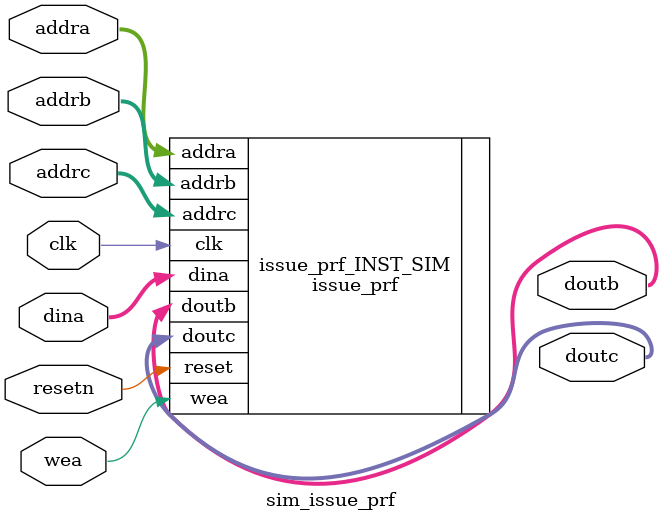
<source format=v>


module sim_issue_prf (
    input   wire                clk,
    input   wire                resetn,

    //
    input   wire [5:0]          addra,
    input   wire                wea,
    input   wire [63:0]         dina,

    //
    input   wire [5:0]          addrb,
    output  wire [63:0]         doutb,

    //
    input   wire [5:0]          addrc,
    output  wire [63:0]         doutc
);

    issue_prf issue_prf_INST_SIM (
        .clk    (clk),
        .reset  (resetn),

        .addra  (addra),
        .wea    (wea),
        .dina   (dina),

        .addrb  (addrb),
        .doutb  (doutb),

        .addrc  (addrc),
        .doutc  (doutc)
    ); 

endmodule

</source>
